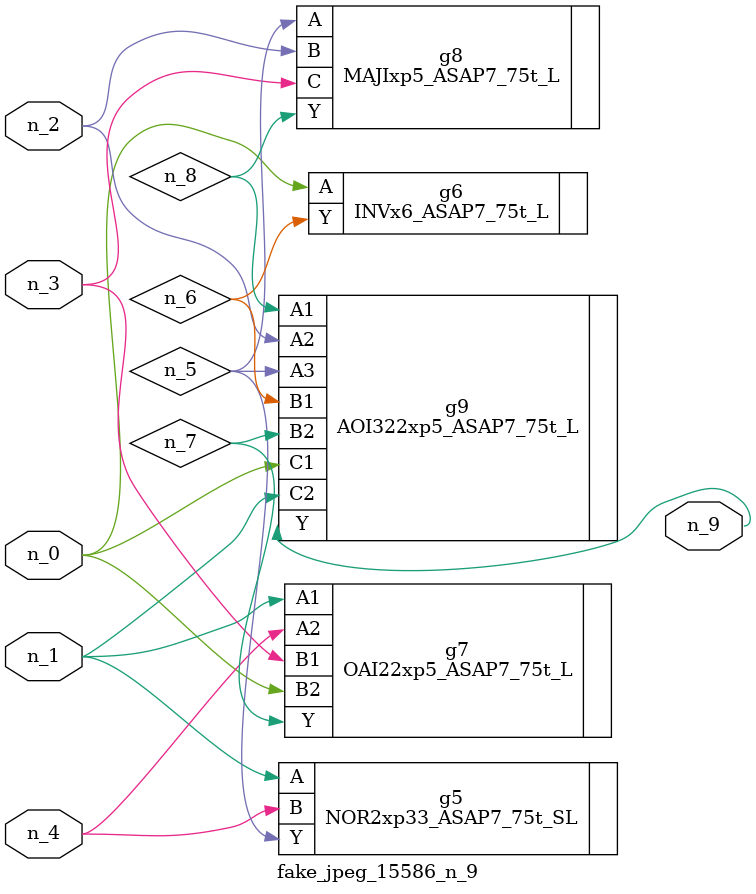
<source format=v>
module fake_jpeg_15586_n_9 (n_3, n_2, n_1, n_0, n_4, n_9);

input n_3;
input n_2;
input n_1;
input n_0;
input n_4;

output n_9;

wire n_8;
wire n_6;
wire n_5;
wire n_7;

NOR2xp33_ASAP7_75t_SL g5 ( 
.A(n_1),
.B(n_4),
.Y(n_5)
);

INVx6_ASAP7_75t_L g6 ( 
.A(n_0),
.Y(n_6)
);

OAI22xp5_ASAP7_75t_L g7 ( 
.A1(n_1),
.A2(n_4),
.B1(n_3),
.B2(n_0),
.Y(n_7)
);

MAJIxp5_ASAP7_75t_L g8 ( 
.A(n_5),
.B(n_2),
.C(n_3),
.Y(n_8)
);

AOI322xp5_ASAP7_75t_L g9 ( 
.A1(n_8),
.A2(n_2),
.A3(n_5),
.B1(n_6),
.B2(n_7),
.C1(n_0),
.C2(n_1),
.Y(n_9)
);


endmodule
</source>
